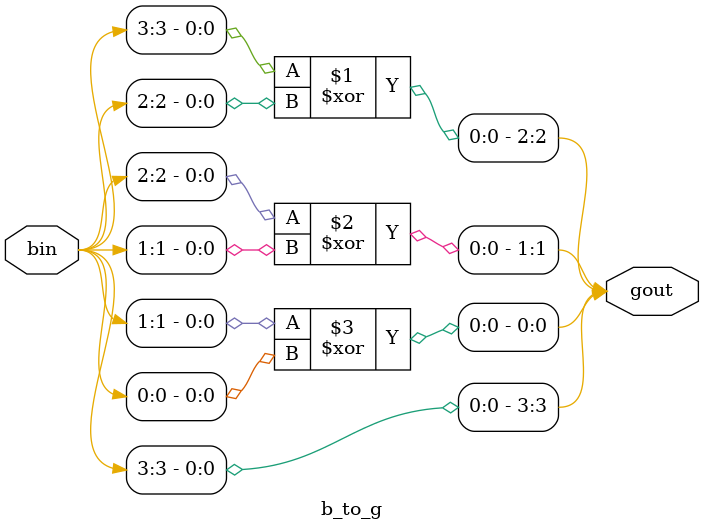
<source format=v>
module b_to_g(
	input [3:0] bin,
	output [3:0] gout
);
assign gout[3] = bin[3];
assign gout[2] = bin[3] ^ bin[2];
assign gout[1] = bin[2] ^ bin[1];
assign gout[0] = bin[1] ^ bin[0];
endmodule

</source>
